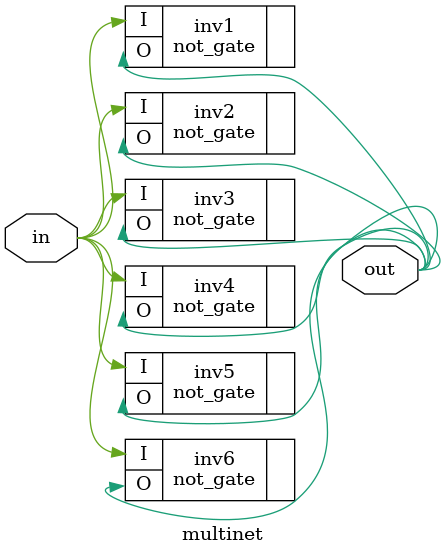
<source format=v>
module multinet(in, out);
  input in;
  output out;
  not_gate inv1 (
    .I(in),
    .O(out)
  );
  not_gate inv2 (
    .I(in),
    .O(out)
  );
  not_gate inv3 (
    .I(in),
    .O(out)
  );
  not_gate inv4 (
    .I(in),
    .O(out)
  );
  not_gate inv5 (
    .I(in),
    .O(out)
  );
  not_gate inv6 (
    .I(in),
    .O(out)
  );
endmodule

</source>
